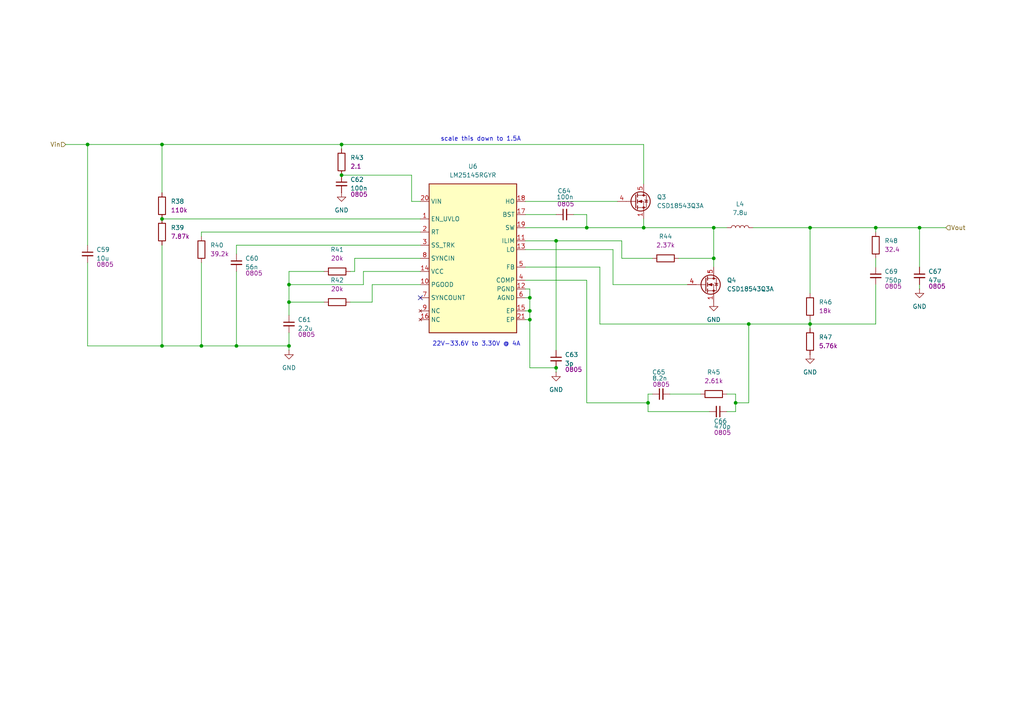
<source format=kicad_sch>
(kicad_sch (version 20250114) (generator "eeschema") (generator_version "9.0")
  (paper "A4")
  (lib_symbols
    (symbol "Device:C_Small" (pin_numbers (hide yes)) (pin_names (offset 0.254) (hide yes))
      (property "Reference" "C" (at 0.254 1.778 0))
      (property "Value" "C_Small" (at 0.254 -2.032 0))
      (symbol "C_Small_0_1"
        (polyline (pts (xy -1.524 0.508) (xy 1.524 0.508)) (stroke (width 0.3048)))
        (polyline (pts (xy -1.524 -0.508) (xy 1.524 -0.508)) (stroke (width 0.3302)))
      )
      (symbol "C_Small_1_1"
        (pin passive line (at 0 2.54 270) (length 2.032) (name "~") (number "1"))
        (pin passive line (at 0 -2.54 90) (length 2.032) (name "~") (number "2"))
      )
    )
    (symbol "Device:L" (pin_numbers (hide yes)) (pin_names (offset 1.016) (hide yes))
      (property "Reference" "L" (at -1.27 0 90))
      (property "Value" "L" (at 1.905 0 90))
      (symbol "L_0_1"
        (arc (start 0 2.54) (mid 0.6323 1.905) (end 0 1.27))
        (arc (start 0 1.27) (mid 0.6323 0.635) (end 0 0))
        (arc (start 0 0) (mid 0.6323 -0.635) (end 0 -1.27))
        (arc (start 0 -1.27) (mid 0.6323 -1.905) (end 0 -2.54))
      )
      (symbol "L_1_1"
        (pin passive line (at 0 3.81 270) (length 1.27) (name "1") (number "1"))
        (pin passive line (at 0 -3.81 90) (length 1.27) (name "2") (number "2"))
      )
    )
    (symbol "PCM_4ms_Resistor:150K_0603" (pin_numbers (hide yes)) (pin_names (offset 0))
      (property "Reference" "R" (at 2.032 0 90))
      (property "Display" "150K" (at 3.81 0 90))
      (symbol "150K_0603_0_1"
        (rectangle (start -1.016 -2.54) (end 1.016 2.54) (stroke (width 0.254)))
      )
      (symbol "150K_0603_1_1"
        (pin passive line (at 0 3.81 270) (length 1.27) (name "~") (number "1"))
        (pin passive line (at 0 -3.81 90) (length 1.27) (name "~") (number "2"))
      )
    )
    (symbol "Project_Star_Regulator_Switching:LM25145"
      (property "Reference" "U" (at 0 0 0))
      (property "Value" "LM25145" (at 5.842 -8.89 0))
      (symbol "LM25145_0_1"
        (rectangle (start -7.62 12.7) (end 17.78 -30.48) (stroke (width 0.254)) (fill (type background)))
      )
      (symbol "LM25145_1_1"
        (pin unspecified line (at -10.16 7.62 0) (length 2.54) (name "VIN") (number "20"))
        (pin unspecified line (at -10.16 2.54 0) (length 2.54) (name "EN_UVLO") (number "1"))
        (pin unspecified line (at -10.16 -1.27 0) (length 2.54) (name "RT") (number "2"))
        (pin unspecified line (at -10.16 -5.08 0) (length 2.54) (name "SS_TRK") (number "3"))
        (pin unspecified line (at -10.16 -8.89 0) (length 2.54) (name "SYNCIN") (number "8"))
        (pin unspecified line (at -10.16 -12.7 0) (length 2.54) (name "VCC") (number "14"))
        (pin unspecified line (at -10.16 -16.51 0) (length 2.54) (name "PGOOD") (number "10"))
        (pin unspecified line (at -10.16 -20.32 0) (length 2.54) (name "SYNCOUNT") (number "7"))
        (pin no_connect line (at -10.16 -24.13 0) (length 2.54) (name "NC") (number "9"))
        (pin no_connect line (at -10.16 -26.67 0) (length 2.54) (name "NC") (number "16"))
        (pin unspecified line (at 20.32 7.62 180) (length 2.54) (name "HO") (number "18"))
        (pin unspecified line (at 20.32 3.81 180) (length 2.54) (name "BST") (number "17"))
        (pin unspecified line (at 20.32 0 180) (length 2.54) (name "SW") (number "19"))
        (pin unspecified line (at 20.32 -3.81 180) (length 2.54) (name "ILIM") (number "11"))
        (pin unspecified line (at 20.32 -6.35 180) (length 2.54) (name "LO") (number "13"))
        (pin unspecified line (at 20.32 -11.43 180) (length 2.54) (name "FB") (number "5"))
        (pin unspecified line (at 20.32 -15.24 180) (length 2.54) (name "COMP") (number "4"))
        (pin unspecified line (at 20.32 -17.78 180) (length 2.54) (name "PGND") (number "12"))
        (pin unspecified line (at 20.32 -20.32 180) (length 2.54) (name "AGND") (number "6"))
        (pin unspecified line (at 20.32 -24.13 180) (length 2.54) (name "EP") (number "15"))
        (pin unspecified line (at 20.32 -26.67 180) (length 2.54) (name "EP") (number "21"))
      )
    )
    (symbol "Transistor_FET:CSD18543Q3A" (pin_names (hide yes))
      (property "Reference" "Q" (at 5.08 1.905 0))
      (property "Value" "CSD18543Q3A" (at 5.08 0 0))
      (symbol "CSD18543Q3A_0_1"
        (polyline (pts (xy 0.254 1.905) (xy 0.254 -1.905)) (stroke (width 0.254)))
        (polyline (pts (xy 0.254 0) (xy -2.54 0)))
        (polyline (pts (xy 0.762 2.286) (xy 0.762 1.27)) (stroke (width 0.254)))
        (polyline (pts (xy 0.762 0.508) (xy 0.762 -0.508)) (stroke (width 0.254)))
        (polyline (pts (xy 0.762 -1.27) (xy 0.762 -2.286)) (stroke (width 0.254)))
        (polyline (pts (xy 0.762 -1.778) (xy 3.302 -1.778) (xy 3.302 1.778) (xy 0.762 1.778)))
        (polyline (pts (xy 1.016 0) (xy 2.032 0.381) (xy 2.032 -0.381) (xy 1.016 0)) (fill (type outline)))
        (circle (center 1.651 0) (radius 2.794) (stroke (width 0.254)))
        (polyline (pts (xy 2.54 2.54) (xy 2.54 1.778)))
        (circle (center 2.54 1.778) (radius 0.254) (fill (type outline)))
        (circle (center 2.54 -1.778) (radius 0.254) (fill (type outline)))
        (polyline (pts (xy 2.54 -2.54) (xy 2.54 0) (xy 0.762 0)))
        (polyline (pts (xy 2.794 0.508) (xy 2.921 0.381) (xy 3.683 0.381) (xy 3.81 0.254)))
        (polyline (pts (xy 3.302 0.381) (xy 2.921 -0.254) (xy 3.683 -0.254) (xy 3.302 0.381)))
      )
      (symbol "CSD18543Q3A_1_1"
        (pin passive line (at -5.08 0 0) (length 2.54) (name "G") (number "4"))
        (pin passive line (at 2.54 5.08 270) (length 2.54) (name "D") (number "5"))
        (pin passive line (at 2.54 -5.08 90) (length 2.54) (name "S") (number "1"))
        (pin passive line (at 2.54 -5.08 90) (length 2.54) (hide yes) (name "S") (number "2"))
        (pin passive line (at 2.54 -5.08 90) (length 2.54) (hide yes) (name "S") (number "3"))
      )
    )
    (symbol "power:GND" (power) (pin_numbers (hide yes)) (pin_names (offset 0) (hide yes))
      (property "Value" "GND" (at 0 -3.81 0))
      (symbol "GND_0_1"
        (polyline (pts (xy 0 0) (xy 0 -1.27) (xy 1.27 -1.27) (xy 0 -2.54) (xy -1.27 -1.27) (xy 0 -1.27)))
      )
      (symbol "GND_1_1"
        (pin power_in line (at 0 0 270) (length 0) (name "~") (number "1"))
      )
    )
  )
  (text "scale this down to 1.5A" (at 139.446 40.386 0) (effects (font (size 1.27 1.27))))
  (text "22V-33.6V to 3.30V @ 4A" (at 138.176 99.822 0) (effects (font (size 1.27 1.27))))
  (junction (at 99.06 41.91))
  (junction (at 153.67 90.17))
  (junction (at 186.69 66.04))
  (junction (at 234.95 66.04))
  (junction (at 161.29 106.68))
  (junction (at 46.99 100.33))
  (junction (at 234.95 93.98))
  (junction (at 207.01 66.04))
  (junction (at 207.01 74.93))
  (junction (at 217.17 93.98))
  (junction (at 153.67 92.71))
  (junction (at 25.4 41.91))
  (junction (at 68.58 100.33))
  (junction (at 58.42 100.33))
  (junction (at 83.82 87.63))
  (junction (at 187.96 116.84))
  (junction (at 213.36 116.84))
  (junction (at 254 66.04))
  (junction (at 99.06 50.8))
  (junction (at 46.99 41.91))
  (junction (at 170.18 66.04))
  (junction (at 161.29 69.85))
  (junction (at 46.99 63.5))
  (junction (at 266.7 66.04))
  (junction (at 83.82 100.33))
  (junction (at 83.82 82.55))
  (junction (at 153.67 86.36))
  (no_connect (at 121.92 86.36))
  (wire (pts (xy 25.4 100.33) (xy 46.99 100.33)))
  (wire (pts (xy 83.82 87.63) (xy 93.98 87.63)))
  (wire (pts (xy 153.67 86.36) (xy 153.67 90.17)))
  (wire (pts (xy 177.8 72.39) (xy 177.8 82.55)))
  (wire (pts (xy 152.4 92.71) (xy 153.67 92.71)))
  (wire (pts (xy 152.4 90.17) (xy 153.67 90.17)))
  (wire (pts (xy 213.36 114.3) (xy 213.36 116.84)))
  (wire (pts (xy 166.37 62.23) (xy 170.18 62.23)))
  (wire (pts (xy 68.58 71.12) (xy 121.92 71.12)))
  (wire (pts (xy 58.42 76.2) (xy 58.42 100.33)))
  (wire (pts (xy 170.18 62.23) (xy 170.18 66.04)))
  (wire (pts (xy 153.67 90.17) (xy 153.67 92.71)))
  (wire (pts (xy 99.06 50.8) (xy 119.38 50.8)))
  (wire (pts (xy 254 74.93) (xy 254 77.47)))
  (wire (pts (xy 234.95 85.09) (xy 234.95 66.04)))
  (wire (pts (xy 25.4 76.2) (xy 25.4 100.33)))
  (wire (pts (xy 83.82 96.52) (xy 83.82 100.33)))
  (wire (pts (xy 83.82 82.55) (xy 83.82 87.63)))
  (wire (pts (xy 234.95 92.71) (xy 234.95 93.98)))
  (wire (pts (xy 46.99 41.91) (xy 46.99 55.88)))
  (wire (pts (xy 58.42 100.33) (xy 68.58 100.33)))
  (wire (pts (xy 186.69 66.04) (xy 207.01 66.04)))
  (wire (pts (xy 99.06 41.91) (xy 186.69 41.91)))
  (wire (pts (xy 107.95 82.55) (xy 107.95 87.63)))
  (wire (pts (xy 187.96 114.3) (xy 189.23 114.3)))
  (wire (pts (xy 152.4 77.47) (xy 173.99 77.47)))
  (wire (pts (xy 46.99 100.33) (xy 58.42 100.33)))
  (wire (pts (xy 266.7 66.04) (xy 266.7 77.47)))
  (wire (pts (xy 25.4 41.91) (xy 46.99 41.91)))
  (wire (pts (xy 83.82 78.74) (xy 83.82 82.55)))
  (wire (pts (xy 101.6 87.63) (xy 107.95 87.63)))
  (wire (pts (xy 46.99 71.12) (xy 46.99 100.33)))
  (wire (pts (xy 152.4 81.28) (xy 170.18 81.28)))
  (wire (pts (xy 102.87 74.93) (xy 102.87 78.74)))
  (wire (pts (xy 152.4 58.42) (xy 179.07 58.42)))
  (wire (pts (xy 186.69 41.91) (xy 186.69 53.34)))
  (wire (pts (xy 152.4 69.85) (xy 161.29 69.85)))
  (wire (pts (xy 210.82 119.38) (xy 213.36 119.38)))
  (wire (pts (xy 234.95 95.25) (xy 234.95 93.98)))
  (wire (pts (xy 173.99 77.47) (xy 173.99 93.98)))
  (wire (pts (xy 207.01 66.04) (xy 207.01 74.93)))
  (wire (pts (xy 187.96 119.38) (xy 205.74 119.38)))
  (wire (pts (xy 234.95 66.04) (xy 254 66.04)))
  (wire (pts (xy 213.36 116.84) (xy 217.17 116.84)))
  (wire (pts (xy 210.82 114.3) (xy 213.36 114.3)))
  (wire (pts (xy 153.67 106.68) (xy 161.29 106.68)))
  (wire (pts (xy 170.18 81.28) (xy 170.18 116.84)))
  (wire (pts (xy 152.4 72.39) (xy 177.8 72.39)))
  (wire (pts (xy 254 82.55) (xy 254 93.98)))
  (wire (pts (xy 170.18 66.04) (xy 186.69 66.04)))
  (wire (pts (xy 266.7 66.04) (xy 274.32 66.04)))
  (wire (pts (xy 177.8 82.55) (xy 199.39 82.55)))
  (wire (pts (xy 105.41 78.74) (xy 105.41 82.55)))
  (wire (pts (xy 83.82 100.33) (xy 83.82 101.6)))
  (wire (pts (xy 217.17 93.98) (xy 234.95 93.98)))
  (wire (pts (xy 217.17 93.98) (xy 217.17 116.84)))
  (wire (pts (xy 196.85 74.93) (xy 207.01 74.93)))
  (wire (pts (xy 68.58 78.74) (xy 68.58 100.33)))
  (wire (pts (xy 266.7 66.04) (xy 254 66.04)))
  (wire (pts (xy 234.95 93.98) (xy 254 93.98)))
  (wire (pts (xy 58.42 67.31) (xy 58.42 68.58)))
  (wire (pts (xy 152.4 62.23) (xy 161.29 62.23)))
  (wire (pts (xy 207.01 66.04) (xy 210.82 66.04)))
  (wire (pts (xy 187.96 116.84) (xy 187.96 119.38)))
  (wire (pts (xy 170.18 116.84) (xy 187.96 116.84)))
  (wire (pts (xy 83.82 78.74) (xy 93.98 78.74)))
  (wire (pts (xy 46.99 63.5) (xy 121.92 63.5)))
  (wire (pts (xy 207.01 74.93) (xy 207.01 77.47)))
  (wire (pts (xy 119.38 58.42) (xy 121.92 58.42)))
  (wire (pts (xy 153.67 83.82) (xy 153.67 86.36)))
  (wire (pts (xy 119.38 50.8) (xy 119.38 58.42)))
  (wire (pts (xy 68.58 71.12) (xy 68.58 73.66)))
  (wire (pts (xy 101.6 78.74) (xy 102.87 78.74)))
  (wire (pts (xy 187.96 114.3) (xy 187.96 116.84)))
  (wire (pts (xy 161.29 69.85) (xy 180.34 69.85)))
  (wire (pts (xy 46.99 41.91) (xy 99.06 41.91)))
  (wire (pts (xy 161.29 107.95) (xy 161.29 106.68)))
  (wire (pts (xy 180.34 74.93) (xy 189.23 74.93)))
  (wire (pts (xy 107.95 82.55) (xy 121.92 82.55)))
  (wire (pts (xy 254 66.04) (xy 254 67.31)))
  (wire (pts (xy 152.4 66.04) (xy 170.18 66.04)))
  (wire (pts (xy 102.87 74.93) (xy 121.92 74.93)))
  (wire (pts (xy 83.82 82.55) (xy 105.41 82.55)))
  (wire (pts (xy 213.36 116.84) (xy 213.36 119.38)))
  (wire (pts (xy 173.99 93.98) (xy 217.17 93.98)))
  (wire (pts (xy 99.06 41.91) (xy 99.06 43.18)))
  (wire (pts (xy 152.4 83.82) (xy 153.67 83.82)))
  (wire (pts (xy 153.67 92.71) (xy 153.67 106.68)))
  (wire (pts (xy 180.34 69.85) (xy 180.34 74.93)))
  (wire (pts (xy 186.69 63.5) (xy 186.69 66.04)))
  (wire (pts (xy 218.44 66.04) (xy 234.95 66.04)))
  (wire (pts (xy 194.31 114.3) (xy 203.2 114.3)))
  (wire (pts (xy 152.4 86.36) (xy 153.67 86.36)))
  (wire (pts (xy 68.58 100.33) (xy 83.82 100.33)))
  (wire (pts (xy 25.4 41.91) (xy 25.4 71.12)))
  (wire (pts (xy 161.29 69.85) (xy 161.29 101.6)))
  (wire (pts (xy 83.82 87.63) (xy 83.82 91.44)))
  (wire (pts (xy 58.42 67.31) (xy 121.92 67.31)))
  (wire (pts (xy 266.7 82.55) (xy 266.7 83.82)))
  (wire (pts (xy 105.41 78.74) (xy 121.92 78.74)))
  (wire (pts (xy 19.05 41.91) (xy 25.4 41.91)))
  (hierarchical_label "Vout" (shape input) (at 274.32 66.04 0))
  (hierarchical_label "Vin" (shape input) (at 19.05 41.91 180))
  (symbol (lib_id "Device:C_Small") (at 266.7 80.01 0) (unit 1)
    (property "Reference" "C67" (at 269.24 78.7462 0) (effects (justify left)))
    (property "Value" "47u" (at 269.24 81.2862 0) (effects (justify left)))
    (property "Footprint" "Capacitor_SMD:C_0805_2012Metric_Pad1.18x1.45mm_HandSolder" (effects (hide yes)))
    (property "Description" "0805" (at 271.78 83.058 0))
  )
  (symbol (lib_id "power:GND") (at 234.95 102.87 0) (unit 1)
    (property "Reference" "#PWR049" (effects (hide yes)))
    (property "Value" "GND" (at 234.95 107.95 0))
    (property "Description" "Power symbol creates a global label with name \"GND\" , ground" (effects (hide yes)))
  )
  (symbol (lib_id "Device:C_Small") (at 25.4 73.66 0) (unit 1)
    (property "Reference" "C59" (at 27.94 72.3962 0) (effects (justify left)))
    (property "Value" "10u" (at 27.94 74.9362 0) (effects (justify left)))
    (property "Footprint" "Capacitor_SMD:C_0805_2012Metric_Pad1.18x1.45mm_HandSolder" (effects (hide yes)))
    (property "Description" "0805" (at 30.48 76.708 0))
  )
  (symbol (lib_id "PCM_4ms_Resistor:150K_0603") (at 234.95 88.9 180) (unit 1)
    (property "Reference" "R46" (at 237.49 87.6299 0) (effects (justify right)))
    (property "Value" "150K_0603" (effects (hide yes)))
    (property "Footprint" "PCM_4ms_Resistor:R_0805_2012Metric" (effects (hide yes)))
    (property "Description" "150K, 1%, 1/10W, 0603" (effects (hide yes)))
    (property "Specifications" "150K, 1%, 1/10W, 0603" (effects (hide yes)))
    (property "Manufacturer" "Yageo" (effects (hide yes)))
    (property "Part Number" "RC0603FR-07150KL" (effects (hide yes)))
    (property "Display" "18k" (at 237.49 90.1699 0) (effects (justify right)))
    (property "JLCPCB ID" "C22807" (effects (hide yes)))
  )
  (symbol (lib_id "PCM_4ms_Resistor:150K_0603") (at 193.04 74.93 270) (unit 1)
    (property "Reference" "R44" (at 193.04 68.58 90))
    (property "Value" "150K_0603" (effects (hide yes)))
    (property "Footprint" "PCM_4ms_Resistor:R_0805_2012Metric" (effects (hide yes)))
    (property "Description" "150K, 1%, 1/10W, 0603" (effects (hide yes)))
    (property "Specifications" "150K, 1%, 1/10W, 0603" (effects (hide yes)))
    (property "Manufacturer" "Yageo" (effects (hide yes)))
    (property "Part Number" "RC0603FR-07150KL" (effects (hide yes)))
    (property "Display" "2.37k" (at 193.04 71.12 90))
    (property "JLCPCB ID" "C22807" (effects (hide yes)))
  )
  (symbol (lib_id "Device:C_Small") (at 83.82 93.98 0) (unit 1)
    (property "Reference" "C61" (at 86.36 92.7162 0) (effects (justify left)))
    (property "Value" "2.2u" (at 86.36 95.2562 0) (effects (justify left)))
    (property "Footprint" "Capacitor_SMD:C_0805_2012Metric_Pad1.18x1.45mm_HandSolder" (effects (hide yes)))
    (property "Description" "0805" (at 88.9 97.028 0))
  )
  (symbol (lib_id "PCM_4ms_Resistor:150K_0603") (at 46.99 59.69 180) (unit 1)
    (property "Reference" "R38" (at 49.53 58.4199 0) (effects (justify right)))
    (property "Value" "150K_0603" (effects (hide yes)))
    (property "Footprint" "PCM_4ms_Resistor:R_0805_2012Metric" (effects (hide yes)))
    (property "Description" "150K, 1%, 1/10W, 0603" (effects (hide yes)))
    (property "Specifications" "150K, 1%, 1/10W, 0603" (effects (hide yes)))
    (property "Manufacturer" "Yageo" (effects (hide yes)))
    (property "Part Number" "RC0603FR-07150KL" (effects (hide yes)))
    (property "Display" "110k" (at 49.53 60.9599 0) (effects (justify right)))
    (property "JLCPCB ID" "C22807" (effects (hide yes)))
  )
  (symbol (lib_id "PCM_4ms_Resistor:150K_0603") (at 207.01 114.3 270) (unit 1)
    (property "Reference" "R45" (at 207.01 107.95 90))
    (property "Value" "150K_0603" (effects (hide yes)))
    (property "Footprint" "PCM_4ms_Resistor:R_0805_2012Metric" (effects (hide yes)))
    (property "Description" "150K, 1%, 1/10W, 0603" (effects (hide yes)))
    (property "Specifications" "150K, 1%, 1/10W, 0603" (effects (hide yes)))
    (property "Manufacturer" "Yageo" (effects (hide yes)))
    (property "Part Number" "RC0603FR-07150KL" (effects (hide yes)))
    (property "Display" "2.61k" (at 207.01 110.49 90))
    (property "JLCPCB ID" "C22807" (effects (hide yes)))
  )
  (symbol (lib_id "Device:C_Small") (at 161.29 104.14 0) (unit 1)
    (property "Reference" "C63" (at 163.83 102.8762 0) (effects (justify left)))
    (property "Value" "3p" (at 163.83 105.4162 0) (effects (justify left)))
    (property "Footprint" "Capacitor_SMD:C_0805_2012Metric_Pad1.18x1.45mm_HandSolder" (effects (hide yes)))
    (property "Description" "0805" (at 166.37 107.188 0))
  )
  (symbol (lib_id "Device:L") (at 214.63 66.04 90) (unit 1)
    (property "Reference" "L4" (at 214.63 59.182 90))
    (property "Value" "7.8u" (at 214.63 61.722 90))
    (property "Footprint" "Inductor_THT:L_Radial_D10.0mm_P5.00mm_Fastron_07M" (effects (hide yes)))
    (property "Description" "6mm x 6mm" (effects (hide yes)))
  )
  (symbol (lib_id "PCM_4ms_Resistor:150K_0603") (at 99.06 46.99 180) (unit 1)
    (property "Reference" "R43" (at 101.6 45.7199 0) (effects (justify right)))
    (property "Value" "150K_0603" (effects (hide yes)))
    (property "Footprint" "PCM_4ms_Resistor:R_0805_2012Metric" (effects (hide yes)))
    (property "Description" "150K, 1%, 1/10W, 0603" (effects (hide yes)))
    (property "Specifications" "150K, 1%, 1/10W, 0603" (effects (hide yes)))
    (property "Manufacturer" "Yageo" (effects (hide yes)))
    (property "Part Number" "RC0603FR-07150KL" (effects (hide yes)))
    (property "Display" "2.1" (at 101.6 48.2599 0) (effects (justify right)))
    (property "JLCPCB ID" "C22807" (effects (hide yes)))
  )
  (symbol (lib_id "power:GND") (at 99.06 55.88 0) (unit 1)
    (property "Reference" "#PWR046" (effects (hide yes)))
    (property "Value" "GND" (at 99.06 60.96 0))
    (property "Description" "Power symbol creates a global label with name \"GND\" , ground" (effects (hide yes)))
  )
  (symbol (lib_id "Device:C_Small") (at 68.58 76.2 0) (unit 1)
    (property "Reference" "C60" (at 71.12 74.9362 0) (effects (justify left)))
    (property "Value" "56n" (at 71.12 77.4762 0) (effects (justify left)))
    (property "Footprint" "Capacitor_SMD:C_0805_2012Metric_Pad1.18x1.45mm_HandSolder" (effects (hide yes)))
    (property "Description" "0805" (at 73.66 79.248 0))
  )
  (symbol (lib_id "Device:C_Small") (at 208.28 119.38 270) (unit 1)
    (property "Reference" "C66" (at 207.01 122.174 90) (effects (justify left)))
    (property "Value" "470p" (at 207.01 123.698 90) (effects (justify left)))
    (property "Footprint" "Capacitor_SMD:C_0805_2012Metric_Pad1.18x1.45mm_HandSolder" (effects (hide yes)))
    (property "Description" "0805" (at 209.55 125.476 90))
  )
  (symbol (lib_id "PCM_4ms_Resistor:150K_0603") (at 46.99 67.31 180) (unit 1)
    (property "Reference" "R39" (at 49.53 66.0399 0) (effects (justify right)))
    (property "Value" "150K_0603" (effects (hide yes)))
    (property "Footprint" "PCM_4ms_Resistor:R_0805_2012Metric" (effects (hide yes)))
    (property "Description" "150K, 1%, 1/10W, 0603" (effects (hide yes)))
    (property "Specifications" "150K, 1%, 1/10W, 0603" (effects (hide yes)))
    (property "Manufacturer" "Yageo" (effects (hide yes)))
    (property "Part Number" "RC0603FR-07150KL" (effects (hide yes)))
    (property "Display" "7.87k" (at 49.53 68.5799 0) (effects (justify right)))
    (property "JLCPCB ID" "C22807" (effects (hide yes)))
  )
  (symbol (lib_id "power:GND") (at 207.01 87.63 0) (unit 1)
    (property "Reference" "#PWR048" (effects (hide yes)))
    (property "Value" "GND" (at 207.01 92.71 0))
    (property "Description" "Power symbol creates a global label with name \"GND\" , ground" (effects (hide yes)))
  )
  (symbol (lib_id "power:GND") (at 266.7 83.82 0) (unit 1)
    (property "Reference" "#PWR050" (effects (hide yes)))
    (property "Value" "GND" (at 266.7 88.9 0))
    (property "Description" "Power symbol creates a global label with name \"GND\" , ground" (effects (hide yes)))
  )
  (symbol (lib_id "Device:C_Small") (at 163.83 62.23 90) (unit 1)
    (property "Reference" "C64" (at 165.608 55.372 90) (effects (justify left)))
    (property "Value" "100n" (at 166.37 57.15 90) (effects (justify left)))
    (property "Footprint" "Capacitor_SMD:C_0805_2012Metric_Pad1.18x1.45mm_HandSolder" (effects (hide yes)))
    (property "Description" "0805" (at 164.084 59.182 90))
  )
  (symbol (lib_id "PCM_4ms_Resistor:150K_0603") (at 97.79 87.63 270) (unit 1)
    (property "Reference" "R42" (at 97.79 81.28 90))
    (property "Value" "150K_0603" (effects (hide yes)))
    (property "Footprint" "PCM_4ms_Resistor:R_0805_2012Metric" (effects (hide yes)))
    (property "Description" "150K, 1%, 1/10W, 0603" (effects (hide yes)))
    (property "Specifications" "150K, 1%, 1/10W, 0603" (effects (hide yes)))
    (property "Manufacturer" "Yageo" (effects (hide yes)))
    (property "Part Number" "RC0603FR-07150KL" (effects (hide yes)))
    (property "Display" "20k" (at 97.79 83.82 90))
    (property "JLCPCB ID" "C22807" (effects (hide yes)))
  )
  (symbol (lib_id "power:GND") (at 83.82 101.6 0) (unit 1)
    (property "Reference" "#PWR045" (effects (hide yes)))
    (property "Value" "GND" (at 83.82 106.68 0))
    (property "Description" "Power symbol creates a global label with name \"GND\" , ground" (effects (hide yes)))
  )
  (symbol (lib_id "Transistor_FET:CSD18543Q3A") (at 204.47 82.55 0) (unit 1)
    (property "Reference" "Q4" (at 210.82 81.2799 0) (effects (justify left)))
    (property "Value" "CSD18543Q3A" (at 210.82 83.8199 0) (effects (justify left)))
    (property "Footprint" "Package_SON:VSON-8_3.3x3.3mm_P0.65mm_NexFET" (effects (hide yes)))
    (property "Datasheet" "https://www.ti.com/lit/ds/symlink/csd18543q3a.pdf" (effects (hide yes)))
    (property "Description" "35A Id, 60V Vds, NexFET N-Channel Power MOSFET, 8.1mOhm Ron, Qg Typ 11.1nC, VSON-8 3.3x3.3mm" (effects (hide yes)))
  )
  (symbol (lib_id "PCM_4ms_Resistor:150K_0603") (at 254 71.12 180) (unit 1)
    (property "Reference" "R48" (at 256.54 69.8499 0) (effects (justify right)))
    (property "Value" "150K_0603" (effects (hide yes)))
    (property "Footprint" "PCM_4ms_Resistor:R_0805_2012Metric" (effects (hide yes)))
    (property "Description" "150K, 1%, 1/10W, 0603" (effects (hide yes)))
    (property "Specifications" "150K, 1%, 1/10W, 0603" (effects (hide yes)))
    (property "Manufacturer" "Yageo" (effects (hide yes)))
    (property "Part Number" "RC0603FR-07150KL" (effects (hide yes)))
    (property "Display" "32.4" (at 256.54 72.3899 0) (effects (justify right)))
    (property "JLCPCB ID" "C22807" (effects (hide yes)))
  )
  (symbol (lib_id "power:GND") (at 161.29 107.95 0) (unit 1)
    (property "Reference" "#PWR047" (effects (hide yes)))
    (property "Value" "GND" (at 161.29 113.03 0))
    (property "Description" "Power symbol creates a global label with name \"GND\" , ground" (effects (hide yes)))
  )
  (symbol (lib_id "Device:C_Small") (at 254 80.01 0) (unit 1)
    (property "Reference" "C69" (at 256.54 78.7462 0) (effects (justify left)))
    (property "Value" "750p" (at 256.54 81.2862 0) (effects (justify left)))
    (property "Footprint" "Capacitor_SMD:C_0805_2012Metric_Pad1.18x1.45mm_HandSolder" (effects (hide yes)))
    (property "Description" "0805" (at 259.08 83.058 0))
  )
  (symbol (lib_id "Device:C_Small") (at 191.77 114.3 90) (unit 1)
    (property "Reference" "C65" (at 193.0338 107.95 90) (effects (justify left)))
    (property "Value" "8.2n" (at 193.548 109.728 90) (effects (justify left)))
    (property "Footprint" "Capacitor_SMD:C_0805_2012Metric_Pad1.18x1.45mm_HandSolder" (effects (hide yes)))
    (property "Description" "0805" (at 191.77 111.506 90))
  )
  (symbol (lib_id "PCM_4ms_Resistor:150K_0603") (at 58.42 72.39 180) (unit 1)
    (property "Reference" "R40" (at 60.96 71.1199 0) (effects (justify right)))
    (property "Value" "150K_0603" (effects (hide yes)))
    (property "Footprint" "PCM_4ms_Resistor:R_0805_2012Metric" (effects (hide yes)))
    (property "Description" "150K, 1%, 1/10W, 0603" (effects (hide yes)))
    (property "Specifications" "150K, 1%, 1/10W, 0603" (effects (hide yes)))
    (property "Manufacturer" "Yageo" (effects (hide yes)))
    (property "Part Number" "RC0603FR-07150KL" (effects (hide yes)))
    (property "Display" "39.2k" (at 60.96 73.6599 0) (effects (justify right)))
    (property "JLCPCB ID" "C22807" (effects (hide yes)))
  )
  (symbol (lib_id "Project_Star_Regulator_Switching:LM25145") (at 132.08 66.04 0) (unit 1)
    (property "Reference" "U6" (at 137.16 48.26 0))
    (property "Value" "LM25145RGYR" (at 137.16 50.8 0))
    (property "Footprint" "Project_Star_Regulator_Switching:RGY0020B" (effects (hide yes)))
    (property "Datasheet" "https://www.ti.com/lit/gpn/lm25145" (effects (hide yes)))
    (property "Description" "6V to 42V Synchronous Buck DC-DC Controller With Wide Duty Cycle Range" (effects (hide yes)))
  )
  (symbol (lib_id "PCM_4ms_Resistor:150K_0603") (at 234.95 99.06 180) (unit 1)
    (property "Reference" "R47" (at 237.49 97.7899 0) (effects (justify right)))
    (property "Value" "150K_0603" (effects (hide yes)))
    (property "Footprint" "PCM_4ms_Resistor:R_0805_2012Metric" (effects (hide yes)))
    (property "Description" "150K, 1%, 1/10W, 0603" (effects (hide yes)))
    (property "Specifications" "150K, 1%, 1/10W, 0603" (effects (hide yes)))
    (property "Manufacturer" "Yageo" (effects (hide yes)))
    (property "Part Number" "RC0603FR-07150KL" (effects (hide yes)))
    (property "Display" "5.76k" (at 237.49 100.3299 0) (effects (justify right)))
    (property "JLCPCB ID" "C22807" (effects (hide yes)))
  )
  (symbol (lib_id "Device:C_Small") (at 99.06 53.34 0) (unit 1)
    (property "Reference" "C62" (at 101.6 52.0762 0) (effects (justify left)))
    (property "Value" "100n" (at 101.6 54.6162 0) (effects (justify left)))
    (property "Footprint" "Capacitor_SMD:C_0805_2012Metric_Pad1.18x1.45mm_HandSolder" (effects (hide yes)))
    (property "Description" "0805" (at 104.14 56.388 0))
  )
  (symbol (lib_id "Transistor_FET:CSD18543Q3A") (at 184.15 58.42 0) (unit 1)
    (property "Reference" "Q3" (at 190.5 57.1499 0) (effects (justify left)))
    (property "Value" "CSD18543Q3A" (at 190.5 59.6899 0) (effects (justify left)))
    (property "Footprint" "Package_SON:VSON-8_3.3x3.3mm_P0.65mm_NexFET" (effects (hide yes)))
    (property "Datasheet" "https://www.ti.com/lit/ds/symlink/csd18543q3a.pdf" (effects (hide yes)))
    (property "Description" "35A Id, 60V Vds, NexFET N-Channel Power MOSFET, 8.1mOhm Ron, Qg Typ 11.1nC, VSON-8 3.3x3.3mm" (effects (hide yes)))
  )
  (symbol (lib_id "PCM_4ms_Resistor:150K_0603") (at 97.79 78.74 270) (unit 1)
    (property "Reference" "R41" (at 97.79 72.39 90))
    (property "Value" "150K_0603" (effects (hide yes)))
    (property "Footprint" "PCM_4ms_Resistor:R_0805_2012Metric" (effects (hide yes)))
    (property "Description" "150K, 1%, 1/10W, 0603" (effects (hide yes)))
    (property "Specifications" "150K, 1%, 1/10W, 0603" (effects (hide yes)))
    (property "Manufacturer" "Yageo" (effects (hide yes)))
    (property "Part Number" "RC0603FR-07150KL" (effects (hide yes)))
    (property "Display" "20k" (at 97.79 74.93 90))
    (property "JLCPCB ID" "C22807" (effects (hide yes)))
  )
)
</source>
